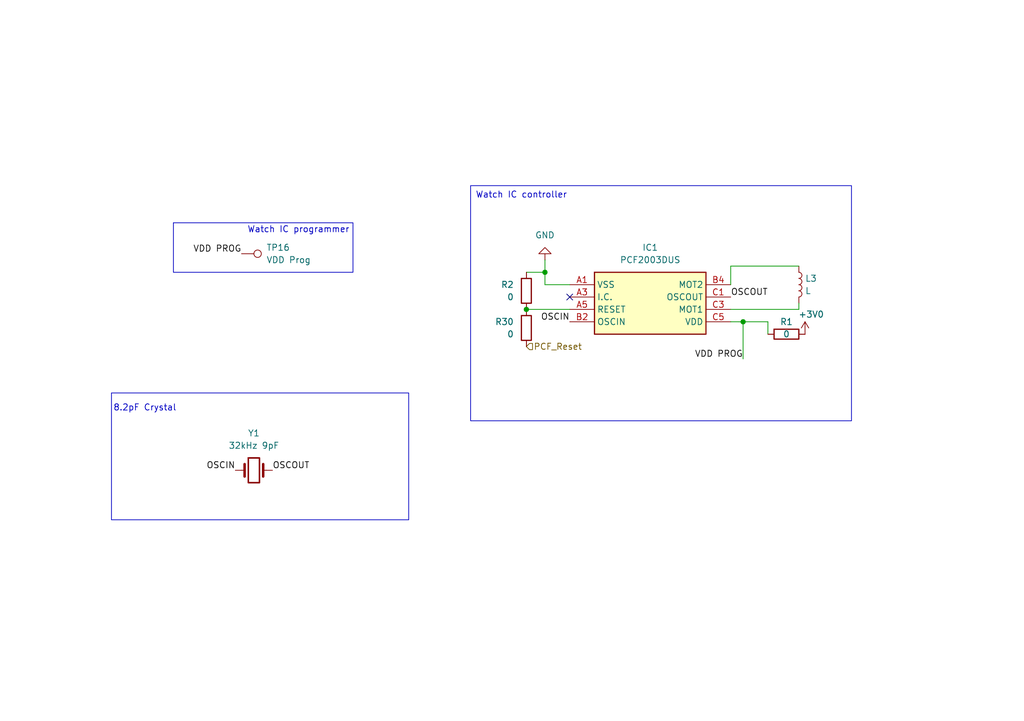
<source format=kicad_sch>
(kicad_sch (version 20250114) (generator "eeschema") (generator_version "9.0")
  (paper "A5")
  (lib_symbols
    (symbol "Connector:TestPoint" (pin_numbers (hide yes)) (pin_names (offset 0.762) (hide yes))
      (property "Reference" "TP" (at 0 6.858 0))
      (property "Value" "TestPoint" (at 0 5.08 0))
      (symbol "TestPoint_0_1"
        (circle (center 0 3.302) (radius 0.762))
      )
      (symbol "TestPoint_1_1"
        (pin passive line (at 0 0 90) (length 2.54) (name "1") (number "1"))
      )
    )
    (symbol "Device:Crystal" (pin_numbers (hide yes)) (pin_names (offset 1.016) (hide yes))
      (property "Reference" "Y" (at 0 3.81 0))
      (property "Value" "Crystal" (at 0 -3.81 0))
      (symbol "Crystal_0_1"
        (polyline (pts (xy -2.54 0) (xy -1.905 0)))
        (polyline (pts (xy -1.905 -1.27) (xy -1.905 1.27)) (stroke (width 0.508)))
        (rectangle (start -1.143 2.54) (end 1.143 -2.54) (stroke (width 0.3048)))
        (polyline (pts (xy 1.905 -1.27) (xy 1.905 1.27)) (stroke (width 0.508)))
        (polyline (pts (xy 2.54 0) (xy 1.905 0)))
      )
      (symbol "Crystal_1_1"
        (pin passive line (at -3.81 0 0) (length 1.27) (name "1") (number "1"))
        (pin passive line (at 3.81 0 180) (length 1.27) (name "2") (number "2"))
      )
    )
    (symbol "Device:L" (pin_numbers (hide yes)) (pin_names (offset 1.016) (hide yes))
      (property "Reference" "L" (at -1.27 0 90))
      (property "Value" "L" (at 1.905 0 90))
      (symbol "L_0_1"
        (arc (start 0 2.54) (mid 0.6323 1.905) (end 0 1.27))
        (arc (start 0 1.27) (mid 0.6323 0.635) (end 0 0))
        (arc (start 0 0) (mid 0.6323 -0.635) (end 0 -1.27))
        (arc (start 0 -1.27) (mid 0.6323 -1.905) (end 0 -2.54))
      )
      (symbol "L_1_1"
        (pin passive line (at 0 3.81 270) (length 1.27) (name "1") (number "1"))
        (pin passive line (at 0 -3.81 90) (length 1.27) (name "2") (number "2"))
      )
    )
    (symbol "Device:R" (pin_numbers (hide yes)) (pin_names (offset 0))
      (property "Reference" "R" (at 2.032 0 90))
      (property "Value" "R" (at 0 0 90))
      (symbol "R_0_1"
        (rectangle (start -1.016 -2.54) (end 1.016 2.54) (stroke (width 0.254)))
      )
      (symbol "R_1_1"
        (pin passive line (at 0 3.81 270) (length 1.27) (name "~") (number "1"))
        (pin passive line (at 0 -3.81 90) (length 1.27) (name "~") (number "2"))
      )
    )
    (symbol "SamacSys_Parts:PCF2003DUS"
      (property "Reference" "IC" (at 29.21 7.62 0))
      (property "Value" "PCF2003DUS" (at 29.21 5.08 0))
      (symbol "PCF2003DUS_1_1"
        (rectangle (start 5.08 2.54) (end 27.94 -10.16) (stroke (width 0.254)) (fill (type background)))
        (pin passive line (at 0 0 0) (length 5.08) (name "VSS") (number "A1"))
        (pin passive line (at 0 -2.54 0) (length 5.08) (name "I.C.") (number "A3"))
        (pin passive line (at 0 -5.08 0) (length 5.08) (name "RESET") (number "A5"))
        (pin passive line (at 0 -7.62 0) (length 5.08) (name "OSCIN") (number "B2"))
        (pin passive line (at 33.02 0 180) (length 5.08) (name "MOT2") (number "B4"))
        (pin passive line (at 33.02 -2.54 180) (length 5.08) (name "OSCOUT") (number "C1"))
        (pin passive line (at 33.02 -5.08 180) (length 5.08) (name "MOT1") (number "C3"))
        (pin passive line (at 33.02 -7.62 180) (length 5.08) (name "VDD") (number "C5"))
      )
    )
    (symbol "power:+3V0" (power) (pin_numbers (hide yes)) (pin_names (offset 0) (hide yes))
      (property "Value" "+3V0" (at 0 3.556 0))
      (symbol "+3V0_0_1"
        (polyline (pts (xy -0.762 1.27) (xy 0 2.54)))
        (polyline (pts (xy 0 2.54) (xy 0.762 1.27)))
        (polyline (pts (xy 0 0) (xy 0 2.54)))
      )
      (symbol "+3V0_1_1"
        (pin power_in line (at 0 0 90) (length 0) (name "~") (number "1"))
      )
    )
    (symbol "power:GND" (power) (pin_numbers (hide yes)) (pin_names (offset 0) (hide yes))
      (property "Value" "GND" (at 0 -3.81 0))
      (symbol "GND_0_1"
        (polyline (pts (xy 0 0) (xy 0 -1.27) (xy 1.27 -1.27) (xy 0 -2.54) (xy -1.27 -1.27) (xy 0 -1.27)))
      )
      (symbol "GND_1_1"
        (pin power_in line (at 0 0 270) (length 0) (name "~") (number "1"))
      )
    )
  )
  (rectangle (start 96.52 38.1) (end 174.625 86.36))
  (rectangle (start 22.86 80.645) (end 83.82 106.68))
  (rectangle (start 35.56 45.72) (end 72.39 55.88))
  (text "Watch IC controller" (at 106.934 40.132 0) (effects (font (size 1.27 1.27))))
  (text "Watch IC programmer" (at 61.214 47.244 0) (effects (font (size 1.27 1.27))))
  (text "8.2pF Crystal" (at 29.718 83.82 0) (effects (font (size 1.27 1.27))))
  (junction (at 107.95 63.5))
  (junction (at 152.4 66.04))
  (junction (at 111.76 55.88))
  (no_connect (at 116.84 60.96))
  (wire (pts (xy 163.83 63.5) (xy 163.83 62.23)))
  (wire (pts (xy 157.48 68.58) (xy 157.48 66.04)))
  (wire (pts (xy 157.48 66.04) (xy 152.4 66.04)))
  (wire (pts (xy 152.4 66.04) (xy 149.86 66.04)))
  (wire (pts (xy 152.4 66.04) (xy 152.4 73.66)))
  (wire (pts (xy 111.76 55.88) (xy 107.95 55.88)))
  (wire (pts (xy 149.86 58.42) (xy 149.86 54.61)))
  (wire (pts (xy 111.76 58.42) (xy 116.84 58.42)))
  (wire (pts (xy 111.76 55.88) (xy 111.76 58.42)))
  (wire (pts (xy 107.95 63.5) (xy 116.84 63.5)))
  (wire (pts (xy 149.86 54.61) (xy 163.83 54.61)))
  (wire (pts (xy 149.86 63.5) (xy 163.83 63.5)))
  (wire (pts (xy 111.76 53.34) (xy 111.76 55.88)))
  (label "OSCIN" (at 116.84 66.04 180))
  (label "OSCOUT" (at 55.88 96.52 0))
  (label "VDD PROG" (at 49.53 52.07 180))
  (label "OSCOUT" (at 149.86 60.96 0))
  (label "VDD PROG" (at 152.4 73.66 180))
  (label "OSCIN" (at 48.26 96.52 180))
  (hierarchical_label "PCF_Reset" (shape input) (at 107.95 71.12 0))
  (symbol (lib_id "power:+3V0") (at 165.1 68.58 0) (unit 1)
    (property "Reference" "#PWR014" (effects (hide yes)))
    (property "Value" "+3V0" (at 166.37 64.516 0))
    (property "Description" "Power symbol creates a global label with name \"+3V0\"" (effects (hide yes)))
  )
  (symbol (lib_id "Device:Crystal") (at 52.07 96.52 0) (unit 1)
    (property "Reference" "Y1" (at 52.07 88.9 0))
    (property "Value" "32kHz 9pF" (at 52.07 91.44 0))
    (property "Footprint" "SamacSys_Parts:LFXTAL062558Reel" (effects (hide yes)))
    (property "Datasheet" "https://www.we-online.com/components/products/datasheet/830062558.pdf" (effects (hide yes)))
    (property "Description" "Two pin crystal" (effects (hide yes)))
  )
  (symbol (lib_id "power:GND") (at 111.76 53.34 180) (unit 1)
    (property "Reference" "#PWR010" (effects (hide yes)))
    (property "Value" "GND" (at 111.76 48.26 0))
    (property "Description" "Power symbol creates a global label with name \"GND\" , ground" (effects (hide yes)))
  )
  (symbol (lib_id "Device:R") (at 107.95 67.31 0) (mirror y) (unit 1)
    (property "Reference" "R30" (at 105.41 66.0399 0) (effects (justify left)))
    (property "Value" "0" (at 105.41 68.5799 0) (effects (justify left)))
    (property "Footprint" "Resistor_SMD:R_0201_0603Metric" (effects (hide yes)))
    (property "Description" "Resistor" (effects (hide yes)))
  )
  (symbol (lib_id "Connector:TestPoint") (at 49.53 52.07 270) (unit 1)
    (property "Reference" "TP16" (at 54.61 50.7999 90) (effects (justify left)))
    (property "Value" "VDD Prog" (at 54.61 53.3399 90) (effects (justify left)))
    (property "Footprint" "SamacSys_Parts:Pogo pin 1x1" (effects (hide yes)))
    (property "Description" "test point" (effects (hide yes)))
  )
  (symbol (lib_id "Device:L") (at 163.83 58.42 0) (unit 1)
    (property "Reference" "L3" (at 165.1 57.1499 0) (effects (justify left)))
    (property "Value" "L" (at 165.1 59.6899 0) (effects (justify left)))
    (property "Footprint" "SamacSys_Parts:Miyota 2035" (effects (hide yes)))
    (property "Description" "Inductor" (effects (hide yes)))
  )
  (symbol (lib_id "Device:R") (at 107.95 59.69 0) (mirror y) (unit 1)
    (property "Reference" "R2" (at 105.41 58.4199 0) (effects (justify left)))
    (property "Value" "0" (at 105.41 60.9599 0) (effects (justify left)))
    (property "Footprint" "Resistor_SMD:R_0201_0603Metric" (effects (hide yes)))
    (property "Description" "Resistor" (effects (hide yes)))
  )
  (symbol (lib_id "Device:R") (at 161.29 68.58 90) (unit 1)
    (property "Reference" "R1" (at 161.29 66.04 90))
    (property "Value" "0" (at 161.29 68.58 90))
    (property "Footprint" "Resistor_SMD:R_0201_0603Metric" (effects (hide yes)))
    (property "Description" "Resistor" (effects (hide yes)))
  )
  (symbol (lib_id "SamacSys_Parts:PCF2003DUS") (at 116.84 58.42 0) (unit 1)
    (property "Reference" "IC1" (at 133.35 50.8 0))
    (property "Value" "PCF2003DUS" (at 133.35 53.34 0))
    (property "Footprint" "SamacSys_Parts:PCF2003DUS" (effects (hide yes)))
    (property "Datasheet" "https://www.nxp.com/docs/en/data-sheet/PCF2003.pdf" (effects (hide yes)))
    (property "Description" "32 kHz watch circuit with programmable adaptive motor pulse and pulse period" (effects (hide yes)))
    (property "Height" "0.53" (effects (hide yes)))
    (property "Manufacturer_Name" "NXP" (effects (hide yes)))
    (property "Manufacturer_Part_Number" "PCF2003DUS" (effects (hide yes)))
  )
)
</source>
